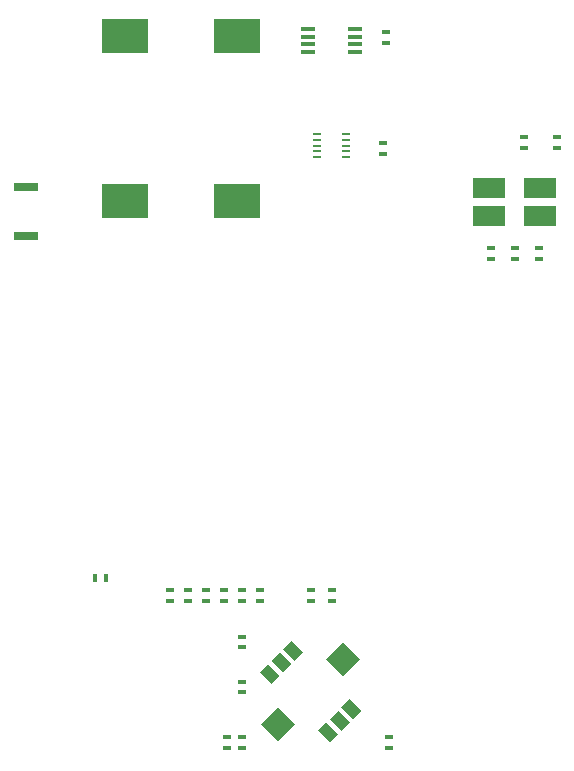
<source format=gtp>
G75*
%MOIN*%
%OFA0B0*%
%FSLAX25Y25*%
%IPPOS*%
%LPD*%
%AMOC8*
5,1,8,0,0,1.08239X$1,22.5*
%
%ADD10R,0.05512X0.03937*%
%ADD11R,0.07874X0.07874*%
%ADD12R,0.15748X0.11811*%
%ADD13R,0.04724X0.01378*%
%ADD14R,0.03130X0.01063*%
%ADD15R,0.03000X0.01800*%
%ADD16R,0.11000X0.07000*%
%ADD17R,0.01800X0.03000*%
%ADD18R,0.07874X0.03150*%
D10*
G36*
X0096916Y0032506D02*
X0093019Y0036403D01*
X0095802Y0039186D01*
X0099699Y0035289D01*
X0096916Y0032506D01*
G37*
G36*
X0100813Y0036404D02*
X0096916Y0040301D01*
X0099699Y0043084D01*
X0103596Y0039187D01*
X0100813Y0036404D01*
G37*
G36*
X0104711Y0040301D02*
X0100814Y0044198D01*
X0103597Y0046981D01*
X0107494Y0043084D01*
X0104711Y0040301D01*
G37*
G36*
X0120301Y0016916D02*
X0116404Y0020813D01*
X0119187Y0023596D01*
X0123084Y0019699D01*
X0120301Y0016916D01*
G37*
G36*
X0116403Y0013019D02*
X0112506Y0016916D01*
X0115289Y0019699D01*
X0119186Y0015802D01*
X0116403Y0013019D01*
G37*
G36*
X0124198Y0020814D02*
X0120301Y0024711D01*
X0123084Y0027494D01*
X0126981Y0023597D01*
X0124198Y0020814D01*
G37*
D11*
G36*
X0120857Y0035290D02*
X0115290Y0040857D01*
X0120857Y0046424D01*
X0126424Y0040857D01*
X0120857Y0035290D01*
G37*
G36*
X0099143Y0013576D02*
X0093576Y0019143D01*
X0099143Y0024710D01*
X0104710Y0019143D01*
X0099143Y0013576D01*
G37*
D12*
X0085654Y0193441D03*
X0048252Y0193441D03*
X0048252Y0248559D03*
X0085654Y0248559D03*
D13*
X0109028Y0248280D03*
X0109028Y0250839D03*
X0109028Y0245720D03*
X0109028Y0243161D03*
X0124972Y0243161D03*
X0124972Y0245720D03*
X0124972Y0248280D03*
X0124972Y0250839D03*
D14*
X0121882Y0215937D03*
X0121882Y0213969D03*
X0121882Y0212000D03*
X0121882Y0210031D03*
X0121882Y0208063D03*
X0112118Y0208063D03*
X0112118Y0210031D03*
X0112118Y0212000D03*
X0112118Y0213969D03*
X0112118Y0215937D03*
D15*
X0134000Y0212800D03*
X0134000Y0209200D03*
X0135000Y0246200D03*
X0135000Y0249800D03*
X0181000Y0214800D03*
X0181000Y0211200D03*
X0192000Y0211200D03*
X0192000Y0214800D03*
X0186000Y0177800D03*
X0186000Y0174200D03*
X0178000Y0174200D03*
X0178000Y0177800D03*
X0170000Y0177800D03*
X0170000Y0174200D03*
X0117000Y0063800D03*
X0117000Y0060200D03*
X0110000Y0060200D03*
X0110000Y0063800D03*
X0093000Y0063800D03*
X0093000Y0060200D03*
X0087000Y0060200D03*
X0087000Y0063800D03*
X0081000Y0063800D03*
X0081000Y0060200D03*
X0075000Y0060200D03*
X0075000Y0063800D03*
X0069000Y0063800D03*
X0069000Y0060200D03*
X0063000Y0060200D03*
X0063000Y0063800D03*
X0087000Y0048300D03*
X0087000Y0044700D03*
X0087000Y0033300D03*
X0087000Y0029700D03*
X0087000Y0014800D03*
X0087000Y0011200D03*
X0082000Y0011200D03*
X0082000Y0014800D03*
X0136000Y0014800D03*
X0136000Y0011200D03*
D16*
X0169500Y0188500D03*
X0169500Y0198000D03*
X0186500Y0198000D03*
X0186500Y0188500D03*
D17*
X0038200Y0068000D03*
X0041800Y0068000D03*
D18*
X0015000Y0181732D03*
X0015000Y0198268D03*
M02*

</source>
